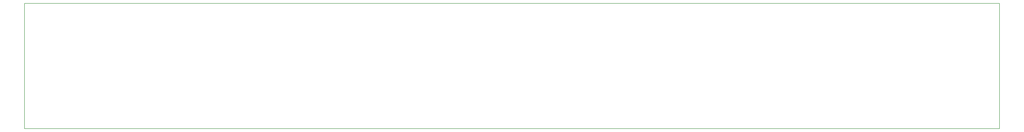
<source format=gbr>
%TF.GenerationSoftware,KiCad,Pcbnew,5.1.7-a382d34a8~87~ubuntu20.04.1*%
%TF.CreationDate,2020-11-14T14:33:39-08:00*%
%TF.ProjectId,LedBoard,4c656442-6f61-4726-942e-6b696361645f,rev?*%
%TF.SameCoordinates,Original*%
%TF.FileFunction,Profile,NP*%
%FSLAX46Y46*%
G04 Gerber Fmt 4.6, Leading zero omitted, Abs format (unit mm)*
G04 Created by KiCad (PCBNEW 5.1.7-a382d34a8~87~ubuntu20.04.1) date 2020-11-14 14:33:39*
%MOMM*%
%LPD*%
G01*
G04 APERTURE LIST*
%TA.AperFunction,Profile*%
%ADD10C,0.150000*%
%TD*%
G04 APERTURE END LIST*
D10*
X-39500000Y-120000000D02*
X-39500000Y-70000000D01*
X348000000Y-120000000D02*
X-39500000Y-120000000D01*
X348000000Y-70000000D02*
X348000000Y-120000000D01*
X-39500000Y-70000000D02*
X348000000Y-70000000D01*
M02*

</source>
